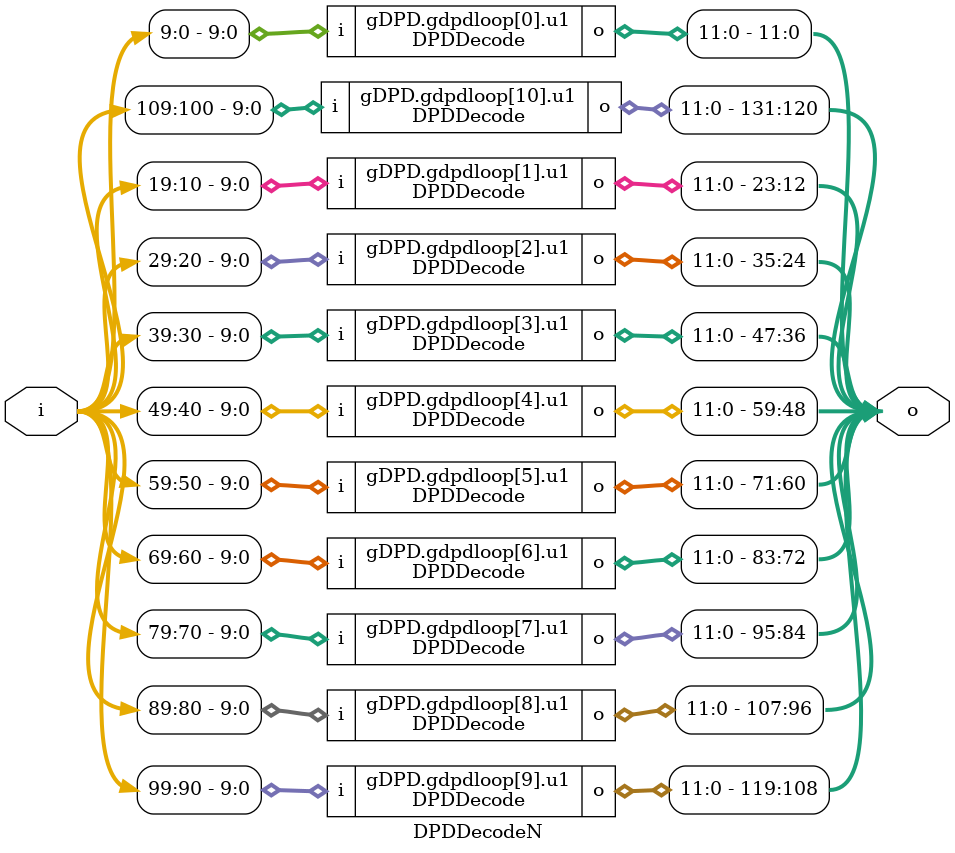
<source format=sv>

module DPDDecode(i, o);
input [9:0] i;
output [11:0] o;

wire a,b,c,d,e,f,g,h,ii,j,k,m;
wire y,x,w,v,u,t,s,r,q,p;

assign {p,q,r,s,t,u,v,w,x,y} = i;

assign a = (v & w) & (~s | t | ~x);
assign b = p & (~v | ~w | (s & ~t & x));
assign c = q & (~v | ~w | (s & ~t & x));
assign d = r;
assign e = v & ((~w & x) | (~t & x) | (s & x));
assign f = (s & (~v | ~x)) | (p & ~s & t & v & w & x);
assign g = (t & (~v | ~x)) | (q & ~s & t & w);
assign h = u;
assign ii = v & ((~w & ~x) | (w & x & (s | t)));
assign j = (~v & w) | (s & v & ~w & x) | (p & w & (~x | (~s & ~t)));
assign k = (~v & x) | (t & ~w & x) | (q & v & w & (~x | (~s & ~t)));
assign m = y;

assign o = {a,b,c,d,e,f,g,h,ii,j,k,m};
 
endmodule

module DPDDecodeN(i, o);
parameter N=11;
input [N*10-1:0] i;
output [N*12-1:0] o;

genvar g;

generate begin : gDPD
	for (g = 0; g < N; g = g + 1) begin : gdpdloop
		DPDDecode u1 (i[g*10+9:g*10], o[g*12+11:g*12]);
	end
end
endgenerate

endmodule

</source>
